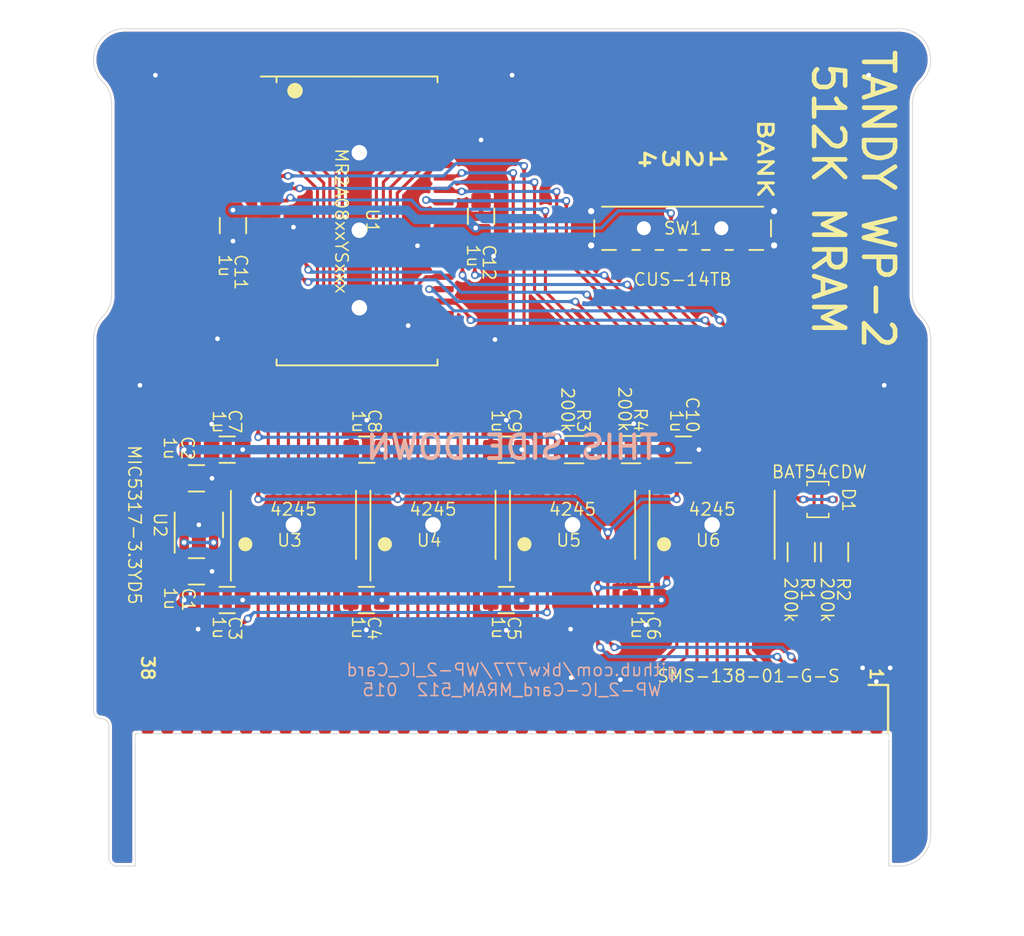
<source format=kicad_pcb>
(kicad_pcb (version 20221018) (generator pcbnew)
  (title_block (title "WP-2_IC-Card_MRAM_512") (date "2023-12-11") (rev "015") (company "Brian K. White - b.kenyon.w@gmail.com") (comment 1 "CC-BY-SA") (comment 2 "github.com/bkw777/WP-2_IC_Card"))
  (layers (0 "F.Cu" signal) (31 "B.Cu" signal) (34 "B.Paste" user) (35 "F.Paste" user) (36 "B.SilkS" user "B.Silkscreen") (37 "F.SilkS" user "F.Silkscreen") (38 "B.Mask" user) (39 "F.Mask" user) (44 "Edge.Cuts" user))
  (net 0 "")
  (net 1 "GND")
  (net 2 "/~{CE1}")
  (net 3 "/~{OE}")
  (net 4 "/D0")
  (net 5 "/D1")
  (net 6 "/D2")
  (net 7 "/D3")
  (net 8 "/D4")
  (net 9 "/D5")
  (net 10 "/D6")
  (net 11 "/D7")
  (net 12 "/A16")
  (net 13 "/A15")
  (net 14 "/A14")
  (net 15 "/A13")
  (net 16 "/A12")
  (net 17 "/A11")
  (net 18 "/A10")
  (net 19 "/A9")
  (net 20 "/A8")
  (net 21 "/A7")
  (net 22 "/A6")
  (net 23 "/A5")
  (net 24 "/A4")
  (net 25 "/A3")
  (net 26 "/A2")
  (net 27 "/A1")
  (net 28 "/A0")
  (net 30 "VBUS")
  (net 31 "/3A11")
  (net 36 "/3A9")
  (net 37 "/3A8")
  (net 38 "/3A13")
  (net 39 "/~{3WE}")
  (net 40 "/3A15")
  (net 41 "/3A16")
  (net 42 "/3A14")
  (net 43 "/3A12")
  (net 44 "/3A7")
  (net 45 "/3A6")
  (net 46 "/3A5")
  (net 47 "/3A4")
  (net 48 "/3A3")
  (net 49 "/3A2")
  (net 50 "/3A1")
  (net 51 "/3A0")
  (net 52 "/3D0")
  (net 53 "/3D1")
  (net 54 "/3D2")
  (net 55 "/3D3")
  (net 56 "/3D4")
  (net 57 "/3D5")
  (net 58 "/3D6")
  (net 59 "/3D7")
  (net 60 "/~{3CE1}")
  (net 61 "/3A10")
  (net 63 "/~{3OE}")
  (net 65 "/~{WE}")
  (net 73 "/3A17")
  (net 74 "/3A18")
  (net 78 "VMEM")
  (net 79 "/BANK_2")
  (net 80 "/BANK_4")
  (net 81 "/BANK_3")
  (footprint "0_LOCAL:SMS-138-01-x-x_edge" (layer "F.Cu") (at 135.95 113.72 -90)
    (fp_text reference "J1" hide)
    (fp_text value "SMS-138-01-G-S")
  )
  (footprint "0_LOCAL:pth_wash_1mm" (layer "F.Cu") (at 130.85 100.245)
    (fp_text reference "REF**" hide)
    (fp_text value "pth_wash_1mm" hide)
  )
  (footprint "0_LOCAL:npth_0.6mm" (layer "F.Cu") (at 159.95 114.02)
    (fp_text reference "REF**" hide)
    (fp_text value "npth_0.6mm" hide)
  )
  (footprint "0_LOCAL:C_0805_1mm" (layer "F.Cu") (at 135.575 105.095 180)
    (fp_text reference "C5")
    (fp_text value "1u")
  )
  (footprint "0_LOCAL:C_0805_1mm" (layer "F.Cu") (at 117.575 95.395 180)
    (fp_text reference "C7")
    (fp_text value "1u")
  )
  (footprint "0_LOCAL:C_0805_1mm" (layer "F.Cu") (at 115.6 103.245 180)
    (fp_text reference "C1")
    (fp_text value "1u")
  )
  (footprint "0_LOCAL:C_0805_1mm" (layer "F.Cu") (at 115.6 97.245 180)
    (fp_text reference "C2")
    (fp_text value "1u")
  )
  (footprint "0_LOCAL:R_0805" (layer "F.Cu") (at 156.75 102.0075 90)
    (fp_text reference "R2")
    (fp_text value "200k")
  )
  (footprint "0_LOCAL:TSSOP-24_4.4x7.8mm_P0.65mm" (layer "F.Cu") (at 121.85 100.245 90)
    (fp_text reference "U3")
    (fp_text value "4245")
  )
  (footprint "0_LOCAL:C_0805_1mm" (layer "F.Cu") (at 117.95 80.945 -90)
    (fp_text reference "C11")
    (fp_text value "1u")
  )
  (footprint "0_LOCAL:SW_SP4T_CUS-14B pth" (layer "F.Cu") (at 146.95 81.12 180)
    (fp_text reference locked "SW1")
    (fp_text value "CUS-14TB")
  )
  (footprint "0_LOCAL:TSSOP-24_4.4x7.8mm_P0.65mm" (layer "F.Cu") (at 130.85 100.245 90)
    (fp_text reference "U4")
    (fp_text value "4245")
  )
  (footprint "0_LOCAL:TSSOP-24_4.4x7.8mm_P0.65mm" (layer "F.Cu") (at 148.85 100.245 90)
    (fp_text reference "U6")
    (fp_text value "4245")
  )
  (footprint "0_LOCAL:C_0805_1mm" (layer "F.Cu") (at 133.95 80.345 90)
    (fp_text reference "C12")
    (fp_text value "1u")
  )
  (footprint "0_LOCAL:C_0805_1mm" (layer "F.Cu") (at 147 95.395)
    (fp_text reference "C10")
    (fp_text value "1u")
  )
  (footprint "0_LOCAL:C_0805_1mm" (layer "F.Cu") (at 126.55 105.095 180)
    (fp_text reference "C4")
    (fp_text value "1u")
  )
  (footprint "0_LOCAL:R_0805" (layer "F.Cu") (at 143.625 95.395)
    (fp_text reference "R4")
    (fp_text value "200k")
  )
  (footprint "0_LOCAL:WP-2_IC_Card_Cover_MRAM_512" (layer "F.Cu") (at 135.95 95.245)
    (fp_text reference "REF**" hide)
    (fp_text value "WP-2_IC_Card_Cover_MRAM_512")
  )
  (footprint "0_LOCAL:pth_wash_1mm" (layer "F.Cu") (at 148.85 100.245)
    (fp_text reference "REF**" hide)
    (fp_text value "pth_wash_1mm" hide)
  )
  (footprint "0_LOCAL:pth_wash_1mm" (layer "F.Cu") (at 139.85 100.245)
    (fp_text reference "REF**" hide)
    (fp_text value "pth_wash_1mm" hide)
  )
  (footprint "0_LOCAL:R_0805" (layer "F.Cu") (at 154.6 102.0075 90)
    (fp_text reference "R1")
    (fp_text value "200k")
  )
  (footprint "0_LOCAL:TSSOP-6-symmetric" (layer "F.Cu") (at 155.675 98.6075)
    (fp_text reference "D1")
    (fp_text value "BAT54CDW")
  )
  (footprint "0_LOCAL:pth_wash_1mm" (layer "F.Cu") (at 126.1 81.245)
    (fp_text reference "REF**" hide)
    (fp_text value "pth_wash_1mm" hide)
  )
  (footprint "0_LOCAL:C_0805_1mm" (layer "F.Cu") (at 135.575 95.395 180)
    (fp_text reference "C9")
    (fp_text value "1u")
  )
  (footprint "0_LOCAL:npth_0.6mm" (layer "F.Cu") (at 111.95 114.02)
    (fp_text reference "REF**" hide)
    (fp_text value "npth_0.6mm" hide)
  )
  (footprint "0_LOCAL:C_0805_1mm" (layer "F.Cu") (at 117.575 105.095 180)
    (fp_text reference "C3")
    (fp_text value "1u")
  )
  (footprint "0_LOCAL:TSSOP-24_4.4x7.8mm_P0.65mm" (layer "F.Cu") (at 139.85 100.245 90)
    (fp_text reference "U5")
    (fp_text value "4245")
  )
  (footprint "0_LOCAL:pth_wash_1mm" (layer "F.Cu") (at 126.1 76.245)
    (fp_text reference "REF**" hide)
    (fp_text value "pth_wash_1mm" hide)
  )
  (footprint "0_LOCAL:TSOP-II-44_10.16x18.41mm_P0.8mm" (layer "F.Cu") (at 125.95 80.645)
    (fp_text reference "U1")
    (fp_text value "MR2A08xxYSxxx")
  )
  (footprint "0_LOCAL:TSOT-23-5" (layer "F.Cu") (at 115.75 100.245 90)
    (fp_text reference "U2")
    (fp_text value "MIC5317-3.3YD5")
  )
  (footprint "0_LOCAL:C_0805_1mm" (layer "F.Cu") (at 126.575 95.395 180)
    (fp_text reference "C8")
    (fp_text value "1u")
  )
  (footprint "0_LOCAL:C_0805_1mm" (layer "F.Cu") (at 144.575 105.095 180)
    (fp_text reference "C6")
    (fp_text value "1u")
  )
  (footprint "0_LOCAL:pth_wash_1mm" (layer "F.Cu") (at 121.85 100.245)
    (fp_text reference "REF**" hide)
    (fp_text value "pth_wash_1mm" hide)
  )
  (footprint "0_LOCAL:R_0805" (layer "F.Cu") (at 139.95 95.395)
    (fp_text reference "R3")
    (fp_text value "200k")
  )
  (footprint "0_LOCAL:pth_wash_1mm" (layer "F.Cu") (at 126.1 86.245)
    (fp_text reference "REF**" hide)
    (fp_text value "pth_wash_1mm" hide)
  )
  (gr_line (start 108.949999 88.245) (end 108.95 112.245) (stroke (width 0.05)) (layer "Edge.Cuts"))
  (gr_line (start 160.95 68.245) (end 110.95 68.245) (stroke (width 0.05)) (layer "Edge.Cuts"))
  (gr_line (start 111.65 113.72) (end 160.25 113.72) (stroke (width 0.05)) (layer "Edge.Cuts"))
  (gr_line (start 160.25 122.245) (end 160.25 113.72) (stroke (width 0.05)) (layer "Edge.Cuts"))
  (gr_line (start 111.65 122.245) (end 111.65 113.72) (stroke (width 0.05)) (layer "Edge.Cuts"))
  (gr_line (start 110.45 122.245) (end 111.65 122.245) (stroke (width 0.05)) (layer "Edge.Cuts"))
  (gr_line (start 160.95 122.245) (end 160.25 122.245) (stroke (width 0.05)) (layer "Edge.Cuts"))
  (gr_line (start 162.95 120.245) (end 162.95 88.245) (stroke (width 0.05)) (layer "Edge.Cuts"))
  (gr_line (start 109.95 113.245) (end 109.95 121.745) (stroke (width 0.05)) (layer "Edge.Cuts"))
  (gr_arc (start 109.535787 71.659214) (mid 109.969333 72.308061) (end 110.121574 73.073428) (stroke (width 0.05)) (layer "Edge.Cuts"))
  (gr_arc (start 162.364213 86.830786) (mid 162.797759 87.479633) (end 162.95 88.245) (stroke (width 0.05)) (layer "Edge.Cuts"))
  (gr_arc (start 162.95 120.245) (mid 162.364214 121.659214) (end 160.95 122.245) (stroke (width 0.05)) (layer "Edge.Cuts"))
  (gr_arc (start 109.45 112.745) (mid 109.803553 112.891447) (end 109.95 113.245) (stroke (width 0.05)) (layer "Edge.Cuts"))
  (gr_arc (start 108.95 70.245) (mid 109.535786 68.830786) (end 110.95 68.245) (stroke (width 0.05)) (layer "Edge.Cuts"))
  (gr_arc (start 160.95 68.245) (mid 162.364214 68.830786) (end 162.95 70.245) (stroke (width 0.05)) (layer "Edge.Cuts"))
  (gr_arc (start 110.45 122.245) (mid 110.096447 122.098553) (end 109.95 121.745) (stroke (width 0.05)) (layer "Edge.Cuts"))
  (gr_arc (start 162.95 70.245) (mid 162.797759 71.010367) (end 162.364213 71.659214) (stroke (width 0.05)) (layer "Edge.Cuts"))
  (gr_arc (start 110.121573 85.416572) (mid 109.969339 86.181944) (end 109.535786 86.830786) (stroke (width 0.05)) (layer "Edge.Cuts"))
  (gr_line (start 161.778426 73.073428) (end 161.778426 85.416572) (stroke (width 0.05)) (layer "Edge.Cuts"))
  (gr_arc (start 162.364213 86.830786) (mid 161.930671 86.181939) (end 161.778426 85.416572) (stroke (width 0.05)) (layer "Edge.Cuts"))
  (gr_arc (start 108.949999 88.245) (mid 109.10224 87.479633) (end 109.535786 86.830786) (stroke (width 0.05)) (layer "Edge.Cuts"))
  (gr_arc (start 161.778426 73.073428) (mid 161.930667 72.308061) (end 162.364213 71.659214) (stroke (width 0.05)) (layer "Edge.Cuts"))
  (gr_arc (start 109.535787 71.659214) (mid 109.102241 71.010367) (end 108.95 70.245) (stroke (width 0.05)) (layer "Edge.Cuts"))
  (gr_line (start 110.121574 73.073428) (end 110.121573 85.416572) (stroke (width 0.05)) (layer "Edge.Cuts"))
  (gr_arc (start 109.45 112.745) (mid 109.096447 112.598553) (end 108.95 112.245) (stroke (width 0.05)) (layer "Edge.Cuts"))
  (gr_text "THIS SIDE DOWN" (at 135.95 95.245) (layer "B.SilkS") (effects (font (size 1.524 1.524) (thickness 0.254)) (justify mirror)))
  (gr_text "${COMMENT2}\n${TITLE}  ${REVISION}" (at 135.95 110.245) (layer "B.SilkS") (effects (font (size 0.8 0.8) (thickness 0.1)) (justify mirror)))
  (gr_text "1" (at 159.445 110.358 -90) (layer "F.SilkS") (effects (font (size 0.8128 0.8128) (thickness 0.1524)) (justify right)))
  (gr_text "38" (at 112.455 110.358 -90) (layer "F.SilkS") (effects (font (size 0.8128 0.8128) (thickness 0.1524)) (justify right)))
  (gr_text "TANDY WP-2\n512K MRAM" (at 157.95 79.245 270) (layer "F.SilkS") (effects (font (size 2 2) (thickness 0.3))))
  (gr_text "BANK\n\n1\n2\n3\n4" (at 148.45 76.645 270) (layer "F.SilkS") (effects (font (size 0.95 1.3) (thickness 0.2))))
  (via (at 115.7 106.97) (size 0.5) (drill 0.3) (layers "F.Cu" "B.Cu") (net 1))
  (via (at 126.55 107.02) (size 0.5) (drill 0.3) (layers "F.Cu" "B.Cu") (net 1))
  (via (at 116.6 103.245) (size 0.5) (drill 0.3) (layers "F.Cu" "B.Cu") (net 1))
  (via (at 135.95 71.245) (size 0.5) (drill 0.3) (layers "F.Cu" "B.Cu") (net 1))
  (via (at 135.575 93.495) (size 0.5) (drill 0.3) (layers "F.Cu" "B.Cu") (net 1))
  (via (at 144.575 106.695) (size 0.5) (drill 0.3) (layers "F.Cu" "B.Cu") (net 1))
  (via (at 134.85 88.295) (size 0.5) (drill 0.3) (layers "F.Cu" "B.Cu") (net 1))
  (via (at 158.556 109.469) (size 0.5) (drill 0.3) (layers "F.Cu" "B.Cu") (net 1))
  (via (at 111.95 91.245) (size 0.5) (drill 0.3) (layers "F.Cu" "B.Cu") (net 1))
  (via (at 160.334 109.469) (size 0.5) (drill 0.3) (layers "F.Cu" "B.Cu") (net 1))
  (via (at 129.85 82.245) (size 0.5) (drill 0.3) (layers "F.Cu" "B.Cu") (net 1))
  (via (at 142.935 110.231) (size 0.5) (drill 0.3) (layers "F.Cu" "B.Cu") (net 1))
  (via (at 135.575 107.045) (size 0.5) (drill 0.3) (layers "F.Cu" "B.Cu") (net 1))
  (via (at 143.8 93.72) (size 0.5) (drill 0.3) (layers "F.Cu" "B.Cu") (net 1))
  (via (at 139.725 106.97) (size 0.5) (drill 0.3) (layers "F.Cu" "B.Cu") (net 1))
  (via (at 115.75 100.245) (size 0.5) (drill 0.3) (layers "F.Cu" "B.Cu") (net 1))
  (via (at 148 95.395) (size 0.5) (drill 0.3) (layers "F.Cu" "B.Cu") (net 1))
  (via (at 117.95 81.945) (size 0.5) (drill 0.3) (layers "F.Cu" "B.Cu") (net 1))
  (via (at 126.575 93.495) (size 0.5) (drill 0.3) (layers "F.Cu" "B.Cu") (net 1))
  (via (at 116.95 88.245) (size 0.5) (drill 0.3) (layers "F.Cu" "B.Cu") (net 1))
  (via (at 139.76 110.104) (size 0.5) (drill 0.3) (layers "F.Cu" "B.Cu") (net 1))
  (via (at 116.575 93.745) (size 0.5) (drill 0.3) (layers "F.Cu" "B.Cu") (net 1))
  (via (at 159.95 91.245) (size 0.5) (drill 0.3) (layers "F.Cu" "B.Cu") (net 1))
  (via (at 121.85 81.045) (size 0.5) (drill 0.3) (layers "F.Cu" "B.Cu") (net 1))
  (via (at 112.95 71.245) (size 0.5) (drill 0.3) (layers "F.Cu" "B.Cu") (net 1))
  (via (at 141.05 80.015) (size 0.6) (drill 0.4) (layers "F.Cu" "B.Cu") (net 1))
  (via (at 159.445 110.358) (size 0.5) (drill 0.3) (layers "F.Cu" "B.Cu") (net 1))
  (via (at 141.05 82.225) (size 0.6) (drill 0.4) (layers "F.Cu" "B.Cu") (net 1))
  (via (at 129.25 87.395) (size 0.5) (drill 0.3) (layers "F.Cu" "B.Cu") (net 1))
  (via (at 116.6 97.245) (size 0.5) (drill 0.3) (layers "F.Cu" "B.Cu") (net 1))
  (via (at 134.75 82.92) (size 0.5) (drill 0.3) (layers "F.Cu" "B.Cu") (net 1))
  (via (at 152.85 82.225) (size 0.6) (drill 0.4) (layers "F.Cu" "B.Cu") (net 1))
  (via (at 158.95 71.245) (size 0.5) (drill 0.3) (layers "F.Cu" "B.Cu") (net 1))
  (via (at 152.85 80.015) (size 0.6) (drill 0.4) (layers "F.Cu" "B.Cu") (net 1))
  (via (at 133.95 75.42) (size 0.5) (drill 0.3) (layers "F.Cu" "B.Cu") (net 1))
  (segment (start 142.125 100.745) (end 142.125 103.1075) (width 0.2) (layer "F.Cu") (net 2))
  (segment (start 142.125 107.72) (end 142.125 103.1075) (width 0.2) (layer "F.Cu") (net 2))
  (segment (start 155.635 110.43) (end 155.635 112.32) (width 0.2) (layer "F.Cu") (net 2))
  (segment (start 146.575 98.595) (end 146.575 97.3825) (width 0.2) (layer "F.Cu") (net 2))
  (segment (start 142.55 108.145) (end 142.125 107.72) (width 0.2) (layer "F.Cu") (net 2))
  (segment (start 119.575 97.3825) (end 119.575 98.595) (width 0.2) (layer "F.Cu") (net 2))
  (segment (start 153.95 108.745) (end 155.635 110.43) (width 0.2) (layer "F.Cu") (net 2))
  (segment (start 128.575 98.595) (end 128.575 97.3825) (width 0.2) (layer "F.Cu") (net 2))
  (via (at 142.125 100.745) (size 0.5) (drill 0.3) (layers "F.Cu" "B.Cu") (net 2))
  (via (at 146.575 98.595) (size 0.5) (drill 0.3) (layers "F.Cu" "B.Cu") (net 2))
  (via (at 128.575 98.595) (size 0.5) (drill 0.3) (layers "F.Cu" "B.Cu") (net 2))
  (via (at 142.55 108.145) (size 0.5) (drill 0.3) (layers "F.Cu" "B.Cu") (net 2))
  (via (at 119.575 98.595) (size 0.5) (drill 0.3) (layers "F.Cu" "B.Cu") (net 2))
  (via (at 153.95 108.745) (size 0.5) (drill 0.3) (layers "F.Cu" "B.Cu") (net 2))
  (segment (start 153.35 108.145) (end 153.95 108.745) (width 0.2) (layer "B.Cu") (net 2))
  (segment (start 139.975 98.595) (end 119.575 98.595) (width 0.2) (layer "B.Cu") (net 2))
  (segment (start 144.275 98.595) (end 142.125 100.745) (width 0.2) (layer "B.Cu") (net 2))
  (segment (start 142.125 100.745) (end 139.975 98.595) (width 0.2) (layer "B.Cu") (net 2))
  (segment (start 146.575 98.595) (end 144.275 98.595) (width 0.2) (layer "B.Cu") (net 2))
  (segment (start 142.55 108.145) (end 153.35 108.145) (width 0.2) (layer "B.Cu") (net 2))
  (segment (start 141.475 107.995) (end 141.475 104.295) (width 0.2) (layer "F.Cu") (net 3))
  (segment (start 141.475 104.295) (end 141.475 103.1075) (width 0.2) (layer "F.Cu") (net 3))
  (segment (start 154.365 110.06) (end 154.365 112.32) (width 0.2) (layer "F.Cu") (net 3))
  (segment (start 145.925 103.1075) (end 145.925 103.97) (width 0.2) (layer "F.Cu") (net 3))
  (segment (start 153.05 108.745) (end 154.365 110.06) (width 0.2) (layer "F.Cu") (net 3))
  (segment (start 141.475 107.995) (end 141.625 108.145) (width 0.2) (layer "F.Cu") (net 3))
  (via (at 141.475 104.295) (size 0.5) (drill 0.3) (layers "F.Cu" "B.Cu") (net 3))
  (via (at 141.625 108.145) (size 0.5) (drill 0.3) (layers "F.Cu" "B.Cu") (net 3))
  (via (at 153.05 108.745) (size 0.5) (drill 0.3) (layers "F.Cu" "B.Cu") (net 3))
  (via (at 145.925 103.97) (size 0.5) (drill 0.3) (layers "F.Cu" "B.Cu") (net 3))
  (segment (start 141.475 104.295) (end 145.6 104.295) (width 0.2) (layer "B.Cu") (net 3))
  (segment (start 153.05 108.745) (end 142.225 108.745) (width 0.2) (layer "B.Cu") (net 3))
  (segment (start 145.6 104.295) (end 145.925 103.97) (width 0.2) (layer "B.Cu") (net 3))
  (segment (start 142.225 108.745) (end 141.625 108.145) (width 0.2) (layer "B.Cu") (net 3))
  (segment (start 151.125 103.1075) (end 151.125 108.47) (width 0.2) (layer "F.Cu") (net 4))
  (segment (start 153.095 110.44) (end 153.095 112.32) (width 0.2) (layer "F.Cu") (net 4))
  (segment (start 151.125 108.47) (end 153.095 110.44) (width 0.2) (layer "F.Cu") (net 4))
  (segment (start 151.825 112.32) (end 151.825 110.445) (width 0.2) (layer "F.Cu") (net 5))
  (segment (start 150.475 109.095) (end 150.475 103.1075) (width 0.2) (layer "F.Cu") (net 5))
  (segment (start 151.825 110.445) (end 150.475 109.095) (width 0.2) (layer "F.Cu") (net 5))
  (segment (start 149.825 103.1075) (end 149.825 109.72) (width 0.2) (layer "F.Cu") (net 6))
  (segment (start 150.555 110.45) (end 150.555 112.32) (width 0.2) (layer "F.Cu") (net 6))
  (segment (start 149.825 109.72) (end 150.555 110.45) (width 0.2) (layer "F.Cu") (net 6))
  (segment (start 149.175 103.1075) (end 149.175 112.21) (width 0.2) (layer "F.Cu") (net 7))
  (segment (start 149.175 112.21) (end 149.285 112.32) (width 0.2) (layer "F.Cu") (net 7))
  (segment (start 148.525 103.1075) (end 148.525 109.945) (width 0.2) (layer "F.Cu") (net 8))
  (segment (start 148.015 110.455) (end 148.015 112.32) (width 0.2) (layer "F.Cu") (net 8))
  (segment (start 148.525 109.945) (end 148.015 110.455) (width 0.2) (layer "F.Cu") (net 8))
  (segment (start 147.875 103.1075) (end 147.875 109.32) (width 0.2) (layer "F.Cu") (net 9))
  (segment (start 147.875 109.32) (end 146.745 110.45) (width 0.2) (layer "F.Cu") (net 9))
  (segment (start 146.745 110.45) (end 146.745 112.32) (width 0.2) (layer "F.Cu") (net 9))
  (segment (start 147.225 108.695) (end 145.475 110.445) (width 0.2) (layer "F.Cu") (net 10))
  (segment (start 145.475 110.445) (end 145.475 112.32) (width 0.2) (layer "F.Cu") (net 10))
  (segment (start 147.225 103.1075) (end 147.225 108.695) (width 0.2) (layer "F.Cu") (net 10))
  (segment (start 144.205 110.44) (end 144.205 112.32) (width 0.2) (layer "F.Cu") (net 11))
  (segment (start 146.575 108.07) (end 144.205 110.44) (width 0.2) (layer "F.Cu") (net 11))
  (segment (start 146.575 103.1075) (end 146.575 108.07) (width 0.2) (layer "F.Cu") (net 11))
  (segment (start 137.575 106.6225) (end 137.855 106.9025) (width 0.2) (layer "F.Cu") (net 12))
  (segment (start 137.855 106.9025) (end 137.855 112.32) (width 0.2) (layer "F.Cu") (net 12))
  (segment (start 137.575 103.1075) (end 137.575 106.6225) (width 0.2) (layer "F.Cu") (net 12))
  (segment (start 136.585 109.955) (end 136.585 112.32) (width 0.2) (layer "F.Cu") (net 13))
  (segment (start 136.675 112.23) (end 136.585 112.32) (width 0.2) (layer "F.Cu") (net 13))
  (segment (start 133.125 106.495) (end 136.585 109.955) (width 0.2) (layer "F.Cu") (net 13))
  (segment (start 133.125 103.1075) (end 133.125 106.495) (width 0.2) (layer "F.Cu") (net 13))
  (segment (start 132.475 103.1075) (end 132.475 106.845) (width 0.2) (layer "F.Cu") (net 14))
  (segment (start 132.475 106.845) (end 135.315 109.685) (width 0.2) (layer "F.Cu") (net 14))
  (segment (start 135.315 109.685) (end 135.315 112.32) (width 0.2) (layer "F.Cu") (net 14))
  (segment (start 131.825 107.17) (end 131.825 103.1075) (width 0.2) (layer "F.Cu") (net 15))
  (segment (start 134.045 112.32) (end 134.045 109.39) (width 0.2) (layer "F.Cu") (net 15))
  (segment (start 134.045 109.39) (end 131.825 107.17) (width 0.2) (layer "F.Cu") (net 15))
  (segment (start 132.775 112.32) (end 132.775 109.07) (width 0.2) (layer "F.Cu") (net 16))
  (segment (start 132.775 109.07) (end 131.175 107.47) (width 0.2) (layer "F.Cu") (net 16))
  (segment (start 131.175 107.47) (end 131.175 103.1075) (width 0.2) (layer "F.Cu") (net 16))
  (segment (start 131.505 112.32) (end 131.505 108.75) (width 0.2) (layer "F.Cu") (net 17))
  (segment (start 130.525 107.77) (end 130.525 103.1075) (width 0.2) (layer "F.Cu") (net 17))
  (segment (start 131.505 108.75) (end 130.525 107.77) (width 0.2) (layer "F.Cu") (net 17))
  (segment (start 129.875 103.1075) (end 129.875 108.135) (width 0.2) (layer "F.Cu") (net 18))
  (segment (start 130.235 108.495) (end 130.235 112.32) (width 0.2) (layer "F.Cu") (net 18))
  (segment (start 129.875 108.135) (end 130.235 108.495) (width 0.2) (layer "F.Cu") (net 18))
  (segment (start 128.965 107.73) (end 128.965 112.32) (width 0.2) (layer "F.Cu") (net 19))
  (segment (start 128.975 112.31) (end 128.965 112.32) (width 0.2) (layer "F.Cu") (net 19))
  (segment (start 129.225 103.1075) (end 129.225 107.47) (width 0.2) (layer "F.Cu") (net 19))
  (segment (start 129.225 107.47) (end 128.965 107.73) (width 0.2) (layer "F.Cu") (net 19))
  (segment (start 128.75 112.105) (end 128.965 112.32) (width 0.2) (layer "F.Cu") (net 19))
  (segment (start 128.575 107.095) (end 127.695 107.975) (width 0.2) (layer "F.Cu") (net 20))
  (segment (start 127.695 107.975) (end 127.695 112.32) (width 0.2) (layer "F.Cu") (net 20))
  (segment (start 128.575 103.1075) (end 128.575 107.095) (width 0.2) (layer "F.Cu") (net 20))
  (segment (start 124.125 106.77) (end 126.425 109.07) (width 0.2) (layer "F.Cu") (net 21))
  (segment (start 126.425 109.07) (end 126.425 112.32) (width 0.2) (layer "F.Cu") (net 21))
  (segment (start 124.125 103.1075) (end 124.125 106.77) (width 0.2) (layer "F.Cu") (net 21))
  (segment (start 123.475 107.12) (end 125.155 108.8) (width 0.2) (layer "F.Cu") (net 22))
  (segment (start 125.155 108.8) (end 125.155 112.32) (width 0.2) (layer "F.Cu") (net 22))
  (segment (start 123.475 103.1075) (end 123.475 107.12) (width 0.2) (layer "F.Cu") (net 22))
  (segment (start 123.885 112.32) (end 123.885 108.53) (width 0.2) (layer "F.Cu") (net 23))
  (segment (start 122.825 107.47) (end 122.825 103.1075) (width 0.2) (layer "F.Cu") (net 23))
  (segment (start 123.885 108.53) (end 122.825 107.47) (width 0.2) (layer "F.Cu") (net 23))
  (segment (start 122.175 107.87) (end 122.615 108.31) (width 0.2) (layer "F.Cu") (net 24))
  (segment (start 122.615 108.31) (end 122.615 112.32) (width 0.2) (layer "F.Cu") (net 24))
  (segment (start 122.175 103.1075) (end 122.175 107.87) (width 0.2) (layer "F.Cu") (net 24))
  (segment (start 121.275 112.25) (end 121.345 112.32) (width 0.2) (layer "F.Cu") (net 25))
  (segment (start 121.345 108.1) (end 121.345 112.32) (width 0.2) (layer "F.Cu") (net 25))
  (segment (start 121.525 103.1075) (end 121.525 107.92) (width 0.2) (layer "F.Cu") (net 25))
  (segment (start 121.525 107.92) (end 121.345 108.1) (width 0.2) (layer "F.Cu") (net 25))
  (segment (start 120.875 103.1075) (end 120.875 107.57) (width 0.2) (layer "F.Cu") (net 26))
  (segment (start 120.875 107.57) (end 120.075 108.37) (width 0.2) (layer "F.Cu") (net 26))
  (segment (start 120.075 108.37) (end 120.075 112.32) (width 0.2) (layer "F.Cu") (net 26))
  (segment (start 120.225 107.22) (end 118.805 108.64) (width 0.2) (layer "F.Cu") (net 27))
  (segment (start 118.805 108.64) (end 118.805 112.32) (width 0.2) (layer "F.Cu") (net 27))
  (segment (start 120.225 103.1075) (end 120.225 107.22) (width 0.2) (layer "F.Cu") (net 27))
  (segment (start 119.575 106.87) (end 117.535 108.91) (width 0.2) (layer "F.Cu") (net 28))
  (segment (start 119.575 103.1075) (end 119.575 106.87) (width 0.2) (layer "F.Cu") (net 28))
  (segment (start 117.535 108.91) (end 117.535 112.32) (width 0.2) (layer "F.Cu") (net 28))
  (segment (start 118.275 104.795) (end 118.275 103.1075) (width 0.4) (layer "F.Cu") (net 30))
  (segment (start 112.455 107.44) (end 112.455 112.32) (width 0.6) (layer "F.Cu") (net 30))
  (segment (start 136.925 103.1075) (end 136.275 103.1075) (width 0.2) (layer "F.Cu") (net 30))
  (segment (start 114.8 105.095) (end 112.455 107.44) (width 0.6) (layer "F.Cu") (net 30))
  (segment (start 114.8 103.445) (end 114.6 103.245) (width 0.6) (layer "F.Cu") (net 30))
  (segment (start 127.925 103.1075) (end 127.275 103.1075) (width 0.2) (layer "F.Cu") (net 30))
  (segment (start 114.8 105.095) (end 114.8 103.445) (width 0.6) (layer "F.Cu") (net 30))
  (segment (start 118.575 105.095) (end 118.275 104.795) (width 0.4) (layer "F.Cu") (net 30))
  (segment (start 136.275 104.795) (end 136.275 103.1075) (width 0.4) (layer "F.Cu") (net 30))
  (segment (start 114.8 103.045) (end 114.6 103.245) (width 0.6) (layer "F.Cu") (net 30))
  (segment (start 127.55 105.095) (end 127.275 104.82) (width 0.4) (layer "F.Cu") (net 30))
  (segment (start 114.8 101.3825) (end 114.8 103.045) (width 0.6) (layer "F.Cu") (net 30))
  (segment (start 118.925 103.1075) (end 118.275 103.1075) (width 0.2) (layer "F.Cu") (net 30))
  (segment (start 127.275 104.82) (end 127.275 103.1075) (width 0.4) (layer "F.Cu") (net 30))
  (segment (start 136.575 105.095) (end 136.275 104.795) (width 0.4) (layer "F.Cu") (net 30))
  (segment (start 145.575 105.095) (end 145.275 104.795) (width 0.4) (layer "F.Cu") (net 30))
  (segment (start 145.275 104.795) (end 145.275 103.1075) (width 0.4) (layer "F.Cu") (net 30))
  (via (at 136.575 105.095) (size 0.5) (drill 0.3) (layers "F.Cu" "B.Cu") (net 30))
  (via (at 127.55 105.095) (size 0.5) (drill 0.3) (layers "F.Cu" "B.Cu") (net 30))
  (via (at 116.7 101.3825) (size 0.5) (drill 0.3) (layers "F.Cu" "B.Cu") (net 30))
  (via (at 114.8 101.3825) (size 0.5) (drill 0.3) (layers "F.Cu" "B.Cu") (net 30))
  (via (at 145.575 105.095) (size 0.5) (drill 0.3) (layers "F.Cu" "B.Cu") (net 30))
  (via (at 114.8 105.095) (size 0.5) (drill 0.3) (layers "F.Cu" "B.Cu") (net 30))
  (via (at 118.575 105.095) (size 0.5) (drill 0.3) (layers "F.Cu" "B.Cu") (net 30))
  (segment (start 114.8 105.095) (end 145.575 105.095) (width 0.6) (layer "B.Cu") (net 30))
  (segment (start 116.7 101.3825) (end 114.8 101.3825) (width 0.2) (layer "B.Cu") (net 30))
  (segment (start 131.175 93.22) (end 127.65 89.695) (width 0.2) (layer "F.Cu") (net 31))
  (segment (start 127.65 78.145) (end 130.35 75.445) (width 0.2) (layer "F.Cu") (net 31))
  (segment (start 131.175 97.3825) (end 131.175 93.22) (width 0.2) (layer "F.Cu") (net 31))
  (segment (start 127.65 89.695) (end 127.65 78.145) (width 0.2) (layer "F.Cu") (net 31))
  (segment (start 130.35 75.445) (end 131.5375 75.445) (width 0.2) (layer "F.Cu") (net 31))
  (segment (start 121.85 73.845) (end 120.3625 73.845) (width 0.2) (layer "F.Cu") (net 36))
  (segment (start 129.875 97.3825) (end 129.875 93.37) (width 0.2) (layer "F.Cu") (net 36))
  (segment (start 125 88.495) (end 125 76.995) (width 0.2) (layer "F.Cu") (net 36))
  (segment (start 125 76.995) (end 121.85 73.845) (width 0.2) (layer "F.Cu") (net 36))
  (segment (start 129.875 93.37) (end 125 88.495) (width 0.2) (layer "F.Cu") (net 36))
  (segment (start 124.6 88.845) (end 124.6 77.395) (width 0.2) (layer "F.Cu") (net 37))
  (segment (start 121.85 74.645) (end 120.3625 74.645) (width 0.2) (layer "F.Cu") (net 37))
  (segment (start 124.6 77.395) (end 121.85 74.645) (width 0.2) (layer "F.Cu") (net 37))
  (segment (start 129.225 93.47) (end 124.6 88.845) (width 0.2) (layer "F.Cu") (net 37))
  (segment (start 129.225 97.3825) (end 129.225 93.47) (width 0.2) (layer "F.Cu") (net 37))
  (segment (start 132.475 93.07) (end 128.55 89.145) (width 0.2) (layer "F.Cu") (net 38))
  (segment (start 132.475 97.3825) (end 132.475 93.07) (width 0.2) (layer "F.Cu") (net 38))
  (segment (start 130.35 77.045) (end 131.5375 77.045) (width 0.2) (layer "F.Cu") (net 38))
  (segment (start 128.55 78.845) (end 130.35 77.045) (width 0.2) (layer "F.Cu") (net 38))
  (segment (start 128.55 89.145) (end 128.55 78.845) (width 0.2) (layer "F.Cu") (net 38))
  (segment (start 120.2625 83.545) (end 120.3625 83.445) (width 0.2) (layer "F.Cu") (net 39))
  (segment (start 119.25 89.695) (end 119.25 83.845) (width 0.2) (layer "F.Cu") (net 39))
  (segment (start 138.875 95.27) (end 139 95.395) (width 0.2) (layer "F.Cu") (net 39))
  (segment (start 119.55 83.545) (end 120.2625 83.545) (width 0.2) (layer "F.Cu") (net 39))
  (segment (start 138.875 95.52) (end 139 95.395) (width 0.2) (layer "F.Cu") (net 39))
  (segment (start 119.575 94.595) (end 119.575 90.02) (width 0.2) (layer "F.Cu") (net 39))
  (segment (start 138.875 97.3825) (end 138.875 95.52) (width 0.2) (layer "F.Cu") (net 39))
  (segment (start 119.25 83.845) (end 119.55 83.545) (width 0.2) (layer "F.Cu") (net 39))
  (segment (start 119.575 90.02) (end 119.25 89.695) (width 0.2) (layer "F.Cu") (net 39))
  (segment (start 138.875 94.595) (end 138.875 95.27) (width 0.2) (layer "F.Cu") (net 39))
  (via (at 119.575 94.595) (size 0.5) (drill 0.3) (layers "F.Cu" "B.Cu") (net 39))
  (via (at 138.875 94.595) (size 0.5) (drill 0.3) (layers "F.Cu" "B.Cu") (net 39))
  (segment (start 119.575 94.595) (end 138.875 94.595) (width 0.2) (layer "B.Cu") (net 39))
  (segment (start 133.775 97.3825) (end 133.675 97.2825) (width 0.2) (layer "F.Cu") (net 40))
  (segment (start 130.35 87.02) (end 130.625 86.745) (width 0.2) (layer "F.Cu") (net 40))
  (segment (start 133.675 97.2825) (end 133.675 92.745) (width 0.2) (layer "F.Cu") (net 40))
  (segment (start 131.4375 86.745) (end 131.5375 86.645) (width 0.2) (layer "F.Cu") (net 40))
  (segment (start 133.675 92.745) (end 130.35 89.42) (width 0.2) (layer "F.Cu") (net 40))
  (segment (start 130.625 86.745) (end 131.4375 86.745) (width 0.2) (layer "F.Cu") (net 40))
  (segment (start 130.35 89.42) (end 130.35 87.02) (width 0.2) (layer "F.Cu") (net 40))
  (segment (start 138.225 97.3825) (end 138.225 93.37) (width 0.2) (layer "F.Cu") (net 41))
  (segment (start 132.4 87.545) (end 131.6375 87.545) (width 0.2) (layer "F.Cu") (net 41))
  (segment (start 138.225 93.37) (end 132.4 87.545) (width 0.2) (layer "F.Cu") (net 41))
  (segment (start 131.6375 87.545) (end 131.5375 87.445) (width 0.2) (layer "F.Cu") (net 41))
  (segment (start 129.95 84.695) (end 130.4 84.245) (width 0.2) (layer "F.Cu") (net 42))
  (segment (start 129.95 89.795) (end 129.95 84.695) (width 0.2) (layer "F.Cu") (net 42))
  (segment (start 133.125 92.97) (end 129.95 89.795) (width 0.2) (layer "F.Cu") (net 42))
  (segment (start 130.4 84.245) (end 131.5375 84.245) (width 0.2) (layer "F.Cu") (net 42))
  (segment (start 133.125 97.3825) (end 133.125 92.97) (width 0.2) (layer "F.Cu") (net 42))
  (segment (start 131.825 97.3825) (end 131.825 93.17) (width 0.2) (layer "F.Cu") (net 43))
  (segment (start 131.825 93.17) (end 128.1 89.445) (width 0.2) (layer "F.Cu") (net 43))
  (segment (start 128.1 89.445) (end 128.1 78.495) (width 0.2) (layer "F.Cu") (net 43))
  (segment (start 128.1 78.495) (end 130.35 76.245) (width 0.2) (layer "F.Cu") (net 43))
  (segment (start 130.35 76.245) (end 131.5375 76.245) (width 0.2) (layer "F.Cu") (net 43))
  (segment (start 124.775 97.3825) (end 124.675 97.2825) (width 0.2) (layer "F.Cu") (net 44))
  (segment (start 124.2 89.245) (end 124.2 77.795) (width 0.2) (layer "F.Cu") (net 44))
  (segment (start 124.2 77.795) (end 121.85 75.445) (width 0.2) (layer "F.Cu") (net 44))
  (segment (start 124.675 89.72) (end 124.2 89.245) (width 0.2) (layer "F.Cu") (net 44))
  (segment (start 121.85 75.445) (end 120.3625 75.445) (width 0.2) (layer "F.Cu") (net 44))
  (segment (start 124.675 97.2825) (end 124.675 89.72) (width 0.2) (layer "F.Cu") (net 44))
  (segment (start 123.8 89.645) (end 123.8 78.195) (width 0.2) (layer "F.Cu") (net 45))
  (segment (start 124.125 89.97) (end 123.8 89.645) (width 0.2) (layer "F.Cu") (net 45))
  (segment (start 124.125 97.3825) (end 124.125 89.97) (width 0.2) (layer "F.Cu") (net 45))
  (segment (start 123.8 78.195) (end 121.85 76.245) (width 0.2) (layer "F.Cu") (net 45))
  (segment (start 121.85 76.245) (end 120.3625 76.245) (width 0.2) (layer "F.Cu") (net 45))
  (segment (start 123.4 97.3075) (end 123.4 78.595) (width 0.2) (layer "F.Cu") (net 46))
  (segment (start 123.475 97.3825) (end 123.4 97.3075) (width 0.2) (layer "F.Cu") (net 46))
  (segment (start 123.4 78.595) (end 121.85 77.045) (width 0.2) (layer "F.Cu") (net 46))
  (segment (start 121.85 77.045) (end 120.3625 77.045) (width 0.2) (layer "F.Cu") (net 46))
  (segment (start 121.2 84.345) (end 120.4625 84.345) (width 0.2) (layer "F.Cu") (net 47))
  (segment (start 123 91.045) (end 123 86.145) (width 0.2) (layer "F.Cu") (net 47))
  (segment (start 120.4625 84.345) (end 120.3625 84.245) (width 0.2) (layer "F.Cu") (net 47))
  (segment (start 122.825 97.3825) (end 122.825 91.22) (width 0.2) (layer "F.Cu") (net 47))
  (segment (start 122.825 91.22) (end 123 91.045) (width 0.2) (layer "F.Cu") (net 47))
  (segment (start 123 86.145) (end 121.2 84.345) (width 0.2) (layer "F.Cu") (net 47))
  (segment (start 120.4625 85.145) (end 120.3625 85.045) (width 0.2) (layer "F.Cu") (net 48))
  (segment (start 121.175 85.145) (end 120.4625 85.145) (width 0.2) (layer "F.Cu") (net 48))
  (segment (start 122.175 91.12) (end 122.6 90.695) (width 0.2) (layer "F.Cu") (net 48))
  (segment (start 122.6 86.57) (end 121.175 85.145) (width 0.2) (layer "F.Cu") (net 48))
  (segment (start 122.6 90.695) (end 122.6 86.57) (width 0.2) (layer "F.Cu") (net 48))
  (segment (start 122.175 97.3825) (end 122.175 91.12) (width 0.2) (layer "F.Cu") (net 48))
  (segment (start 122.2 87.01375) (end 121.13125 85.945) (width 0.2) (layer "F.Cu") (net 49))
  (segment (start 121.525 91.02) (end 122.2 90.345) (width 0.2) (layer "F.Cu") (net 49))
  (segment (start 120.4625 85.945) (end 120.3625 85.845) (width 0.2) (layer "F.Cu") (net 49))
  (segment (start 122.2 90.345) (end 122.2 87.01375) (width 0.2) (layer "F.Cu") (net 49))
  (segment (start 121.525 97.3825) (end 121.525 91.02) (width 0.2) (layer "F.Cu") (net 49))
  (segment (start 121.13125 85.945) (end 120.4625 85.945) (width 0.2) (layer "F.Cu") (net 49))
  (segment (start 120.4625 86.745) (end 120.3625 86.645) (width 0.2) (layer "F.Cu") (net 50))
  (segment (start 121.8 87.4325) (end 121.1125 86.745) (width 0.2) (layer "F.Cu") (net 50))
  (segment (start 120.875 97.3825) (end 120.875 90.92) (width 0.2) (layer "F.Cu") (net 50))
  (segment (start 121.1125 86.745) (end 120.4625 86.745) (width 0.2) (layer "F.Cu") (net 50))
  (segment (start 121.8 89.995) (end 121.8 87.4325) (width 0.2) (layer "F.Cu") (net 50))
  (segment (start 120.875 90.92) (end 121.8 89.995) (width 0.2) (layer "F.Cu") (net 50))
  (segment (start 120.4625 87.545) (end 120.3625 87.445) (width 0.2) (layer "F.Cu") (net 51))
  (segment (start 121.1125 87.545) (end 120.4625 87.545) (width 0.2) (layer "F.Cu") (net 51))
  (segment (start 120.225 90.77) (end 121.4 89.595) (width 0.2) (layer "F.Cu") (net 51))
  (segment (start 121.4 87.8325) (end 121.1125 87.545) (width 0.2) (layer "F.Cu") (net 51))
  (segment (start 121.4 89.595) (end 121.4 87.8325) (width 0.2) (layer "F.Cu") (net 51))
  (segment (start 120.225 97.3825) (end 120.225 90.77) (width 0.2) (layer "F.Cu") (net 51))
  (segment (start 147.125 96.595) (end 147.125 97.2825) (width 0.2) (layer "F.Cu") (net 52))
  (segment (start 122.25 78.545) (end 120.4625 78.545) (width 0.2) (layer "F.Cu") (net 52))
  (segment (start 137.4 85.17) (end 146.8 94.57) (width 0.2) (layer "F.Cu") (net 52))
  (segment (start 137.4 78.145) (end 137.4 85.17) (width 0.2) (layer "F.Cu") (net 52))
  (segment (start 120.4625 78.545) (end 120.3625 78.645) (width 0.2) (layer "F.Cu") (net 52))
  (segment (start 146.8 96.27) (end 147.125 96.595) (width 0.2) (layer "F.Cu") (net 52))
  (segment (start 147.125 97.2825) (end 147.225 97.3825) (width 0.2) (layer "F.Cu") (net 52))
  (segment (start 146.8 94.57) (end 146.8 96.27) (width 0.2) (layer "F.Cu") (net 52))
  (via (at 122.25 78.545) (size 0.5) (drill 0.3) (layers "F.Cu" "B.Cu") (net 52))
  (via (at 137.4 78.145) (size 0.5) (drill 0.3) (layers "F.Cu" "B.Cu") (net 52))
  (segment (start 132.2 78.145) (end 131.8 78.545) (width 0.2) (layer "B.Cu") (net 52))
  (segment (start 137.4 78.145) (end 132.2 78.145) (width 0.2) (layer "B.Cu") (net 52))
  (segment (start 131.8 78.545) (end 122.25 78.545) (width 0.2) (layer "B.Cu") (net 52))
  (segment (start 147.45 96.345) (end 147.55 96.345) (width 0.2) (layer "F.Cu") (net 53))
  (segment (start 147.775 96.57) (end 147.775 97.2825) (width 0.2) (layer "F.Cu") (net 53))
  (segment (start 147.2 96.095) (end 147.45 96.345) (width 0.2) (layer "F.Cu") (net 53))
  (segment (start 121.65 79.145) (end 121.45 79.345) (width 0.2) (layer "F.Cu") (net 53))
  (segment (start 147.775 97.2825) (end 147.875 97.3825) (width 0.2) (layer "F.Cu") (net 53))
  (segment (start 147.55 96.345) (end 147.775 96.57) (width 0.2) (layer "F.Cu") (net 53))
  (segment (start 138.1 79.995) (end 138.1 85.195) (width 0.2) (layer "F.Cu") (net 53))
  (segment (start 121.45 79.345) (end 120.4625 79.345) (width 0.2) (layer "F.Cu") (net 53))
  (segment (start 120.4625 79.345) (end 120.3625 79.445) (width 0.2) (layer "F.Cu") (net 53))
  (segment (start 147.2 94.295) (end 147.2 96.095) (width 0.2) (layer "F.Cu") (net 53))
  (segment (start 138.1 85.195) (end 147.2 94.295) (width 0.2) (layer "F.Cu") (net 53))
  (via (at 138.1 79.995) (size 0.5) (drill 0.3) (layers "F.Cu" "B.Cu") (net 53))
  (via (at 121.65 79.145) (size 0.5) (drill 0.3) (layers "F.Cu" "B.Cu") (net 53))
  (segment (start 138 79.895) (end 130.05 79.895) (width 0.2) (layer "B.Cu") (net 53))
  (segment (start 130.05 79.895) (end 129.45 79.295) (width 0.2) (layer "B.Cu") (net 53))
  (segment (start 121.8 79.295) (end 121.65 79.145) (width 0.2) (layer "B.Cu") (net 53))
  (segment (start 138.1 79.995) (end 138 79.895) (width 0.2) (layer "B.Cu") (net 53))
  (segment (start 129.45 79.295) (end 121.8 79.295) (width 0.2) (layer "B.Cu") (net 53))
  (segment (start 149.2 97.3575) (end 149.175 97.3825) (width 0.2) (layer "F.Cu") (net 54))
  (segment (start 140.775 85.395) (end 149.2 93.82) (width 0.2) (layer "F.Cu") (net 54))
  (segment (start 121.175 81.945) (end 120.4625 81.945) (width 0.2) (layer "F.Cu") (net 54))
  (segment (start 122.8 83.795) (end 122.8 83.57) (width 0.2) (layer "F.Cu") (net 54))
  (segment (start 149.2 93.82) (end 149.2 97.3575) (width 0.2) (layer "F.Cu") (net 54))
  (segment (start 122.8 83.57) (end 121.175 81.945) (width 0.2) (layer "F.Cu") (net 54))
  (segment (start 120.4625 81.945) (end 120.3625 81.845) (width 0.2) (layer "F.Cu") (net 54))
  (via (at 140.775 85.395) (size 0.5) (drill 0.3) (layers "F.Cu" "B.Cu") (net 54))
  (via (at 122.8 83.795) (size 0.5) (drill 0.3) (layers "F.Cu" "B.Cu") (net 54))
  (segment (start 140.775 85.395) (end 140.625 85.245) (width 0.2) (layer "B.Cu") (net 54))
  (segment (start 132.65 85.245) (end 131.35 83.945) (width 0.2) (layer "B.Cu") (net 54))
  (segment (start 122.95 83.945) (end 122.8 83.795) (width 0.2) (layer "B.Cu") (net 54))
  (segment (start 140.625 85.245) (end 132.65 85.245) (width 0.2) (layer "B.Cu") (net 54))
  (segment (start 131.35 83.945) (end 122.95 83.945) (width 0.2) (layer "B.Cu") (net 54))
  (segment (start 148.625 96.295) (end 148.625 97.2825) (width 0.2) (layer "F.Cu") (net 55))
  (segment (start 122.8 84.595) (end 122.675 84.595) (width 0.2) (layer "F.Cu") (net 55))
  (segment (start 122.05 83.595) (end 121.2 82.745) (width 0.2) (layer "F.Cu") (net 55))
  (segment (start 148.8 96.12) (end 148.625 96.295) (width 0.2) (layer "F.Cu") (net 55))
  (segment (start 122.05 83.97) (end 122.05 83.595) (width 0.2) (layer "F.Cu") (net 55))
  (segment (start 122.675 84.595) (end 122.05 83.97) (width 0.2) (layer "F.Cu") (net 55))
  (segment (start 148.625 97.2825) (end 148.525 97.3825) (width 0.2) (layer "F.Cu") (net 55))
  (segment (start 148.8 94.62) (end 148.8 96.12) (width 0.2) (layer "F.Cu") (net 55))
  (segment (start 120.4625 82.745) (end 120.3625 82.645) (width 0.2) (layer "F.Cu") (net 55))
  (segment (start 140.025 85.845) (end 148.8 94.62) (width 0.2) (layer "F.Cu") (net 55))
  (segment (start 121.2 82.745) (end 120.4625 82.745) (width 0.2) (layer "F.Cu") (net 55))
  (via (at 122.8 84.595) (size 0.5) (drill 0.3) (layers "F.Cu" "B.Cu") (net 55))
  (via (at 140.025 85.845) (size 0.5) (drill 0.3) (layers "F.Cu" "B.Cu") (net 55))
  (segment (start 122.95 84.445) (end 122.8 84.595) (width 0.2) (layer "B.Cu") (net 55))
  (segment (start 131.05 84.445) (end 122.95 84.445) (width 0.2) (layer "B.Cu") (net 55))
  (segment (start 140.025 85.845) (end 132.45 85.845) (width 0.2) (layer "B.Cu") (net 55))
  (segment (start 132.45 85.845) (end 131.05 84.445) (width 0.2) (layer "B.Cu") (net 55))
  (segment (start 131.6375 82.745) (end 131.5375 82.645) (width 0.2) (layer "F.Cu") (net 56))
  (segment (start 132.75 83.12) (end 132.375 82.745) (width 0.2) (layer "F.Cu") (net 56))
  (segment (start 132.375 82.745) (end 131.6375 82.745) (width 0.2) (layer "F.Cu") (net 56))
  (segment (start 143.375 84.745) (end 151.775 93.145) (width 0.2) (layer "F.Cu") (net 56))
  (segment (start 132.75 84.145) (end 132.75 83.12) (width 0.2) (layer "F.Cu") (net 56))
  (segment (start 151.775 93.145) (end 151.775 97.3825) (width 0.2) (layer "F.Cu") (net 56))
  (via (at 132.75 84.145) (size 0.5) (drill 0.3) (layers "F.Cu" "B.Cu") (net 56))
  (via (at 143.375 84.745) (size 0.5) (drill 0.3) (layers "F.Cu" "B.Cu") (net 56))
  (segment (start 143.375 84.745) (end 133.25 84.745) (width 0.2) (layer "B.Cu") (net 56))
  (segment (start 132.75 84.245) (end 132.75 84.145) (width 0.2) (layer "B.Cu") (net 56))
  (segment (start 133.25 84.745) (end 132.75 84.245) (width 0.2) (layer "B.Cu") (net 56))
  (segment (start 141.9 84.145) (end 151.125 93.37) (width 0.2) (layer "F.Cu") (net 57))
  (segment (start 151.125 93.37) (end 151.125 97.3825) (width 0.2) (layer "F.Cu") (net 57))
  (segment (start 132.4 81.945) (end 131.6375 81.945) (width 0.2) (layer "F.Cu") (net 57))
  (segment (start 133.55 84.145) (end 133.55 83.095) (width 0.2) (layer "F.Cu") (net 57))
  (segment (start 133.55 83.095) (end 132.4 81.945) (width 0.2) (layer "F.Cu") (net 57))
  (segment (start 131.6375 81.945) (end 131.5375 81.845) (width 0.2) (layer "F.Cu") (net 57))
  (via (at 133.55 84.145) (size 0.5) (drill 0.3) (layers "F.Cu" "B.Cu") (net 57))
  (via (at 141.9 84.145) (size 0.5) (drill 0.3) (layers "F.Cu" "B.Cu") (net 57))
  (segment (start 141.9 84.145) (end 133.55 84.145) (width 0.2) (layer "B.Cu") (net 57))
  (segment (start 139.45 79.345) (end 139.45 82.57) (width 0.2) (layer "F.Cu") (net 58))
  (segment (start 130.45 79.345) (end 131.45 79.345) (width 0.2) (layer "F.Cu") (net 58))
  (segment (start 131.5375 79.4325) (end 131.5375 79.445) (width 0.2) (layer "F.Cu") (net 58))
  (segment (start 131.45 79.345) (end 131.5375 79.4325) (width 0.2) (layer "F.Cu") (net 58))
  (segment (start 150.475 93.595) (end 150.475 97.3825) (width 0.2) (layer "F.Cu") (net 58))
  (segment (start 130.4 79.295) (end 130.45 79.345) (width 0.2) (layer "F.Cu") (net 58))
  (segment (start 139.45 82.57) (end 150.475 93.595) (width 0.2) (layer "F.Cu") (net 58))
  (via (at 130.4 79.295) (size 0.5) (drill 0.3) (layers "F.Cu" "B.Cu") (net 58))
  (via (at 139.45 79.345) (size 0.5) (drill 0.3) (layers "F.Cu" "B.Cu") (net 58))
  (segment (start 139.45 79.345) (end 130.45 79.345) (width 0.2) (layer "B.Cu") (net 58))
  (segment (start 130.45 79.345) (end 130.4 79.295) (width 0.2) (layer "B.Cu") (net 58))
  (segment (start 138.825 82.57) (end 149.825 93.57) (width 0.2) (layer "F.Cu") (net 59))
  (segment (start 131.6375 78.745) (end 131.5375 78.645) (width 0.2) (layer "F.Cu") (net 59))
  (segment (start 132.7 78.745) (end 131.6375 78.745) (width 0.2) (layer "F.Cu") (net 59))
  (segment (start 149.825 93.57) (end 149.825 97.3825) (width 0.2) (layer "F.Cu") (net 59))
  (segment (start 138.825 78.745) (end 138.825 82.57) (width 0.2) (layer "F.Cu") (net 59))
  (via (at 132.7 78.745) (size 0.5) (drill 0.3) (layers "F.Cu" "B.Cu") (net 59))
  (via (at 138.825 78.745) (size 0.5) (drill 0.3) (layers "F.Cu" "B.Cu") (net 59))
  (segment (start 138.825 78.745) (end 132.7 78.745) (width 0.2) (layer "B.Cu") (net 59))
  (segment (start 121.5 77.745) (end 120.4625 77.745) (width 0.2) (layer "F.Cu") (net 60))
  (segment (start 136.725 87.645) (end 142.675 93.595) (width 0.2) (layer "F.Cu") (net 60))
  (segment (start 142.775 95.495) (end 142.775 97.3825) (width 0.2) (layer "F.Cu") (net 60))
  (segment (start 136.725 77.095) (end 136.725 87.645) (width 0.2) (layer "F.Cu") (net 60))
  (segment (start 120.4625 77.745) (end 120.3625 77.845) (width 0.2) (layer "F.Cu") (net 60))
  (segment (start 142.675 93.595) (end 142.675 95.395) (width 0.2) (layer "F.Cu") (net 60))
  (segment (start 142.675 95.395) (end 142.775 95.495) (width 0.2) (layer "F.Cu") (net 60))
  (via (at 121.5 77.745) (size 0.5) (drill 0.3) (layers "F.Cu" "B.Cu") (net 60))
  (via (at 136.725 77.095) (size 0.5) (drill 0.3) (layers "F.Cu" "B.Cu") (net 60))
  (segment (start 136.575 76.945) (end 132.325 76.945) (width 0.2) (layer "B.Cu") (net 60))
  (segment (start 136.725 77.095) (end 136.575 76.945) (width 0.2) (layer "B.Cu") (net 60))
  (segment (start 132.325 76.945) (end 131.525 77.745) (width 0.2) (layer "B.Cu") (net 60))
  (segment (start 131.525 77.745) (end 121.5 77.745) (width 0.2) (layer "B.Cu") (net 60))
  (segment (start 130.525 93.27) (end 127.2 89.945) (width 0.2) (layer "F.Cu") (net 61))
  (segment (start 130.35 74.645) (end 131.5375 74.645) (width 0.2) (layer "F.Cu") (net 61))
  (segment (start 127.2 89.945) (end 127.2 77.795) (width 0.2) (layer "F.Cu") (net 61))
  (segment (start 127.2 77.795) (end 130.35 74.645) (width 0.2) (layer "F.Cu") (net 61))
  (segment (start 130.525 97.3825) (end 130.525 93.27) (width 0.2) (layer "F.Cu") (net 61))
  (segment (start 136.025 77.545) (end 136.025 87.82) (width 0.2) (layer "F.Cu") (net 63))
  (segment (start 136.025 87.82) (end 142.025 93.82) (width 0.2) (layer "F.Cu") (net 63))
  (segment (start 132.7 77.545) (end 132.5 77.745) (width 0.2) (layer "F.Cu") (net 63))
  (segment (start 142.025 97.2825) (end 142.125 97.3825) (width 0.2) (layer "F.Cu") (net 63))
  (segment (start 142.025 93.82) (end 142.025 97.2825) (width 0.2) (layer "F.Cu") (net 63))
  (segment (start 131.6375 77.745) (end 131.5375 77.845) (width 0.2) (layer "F.Cu") (net 63))
  (segment (start 132.5 77.745) (end 131.6375 77.745) (width 0.2) (layer "F.Cu") (net 63))
  (via (at 132.7 77.545) (size 0.5) (drill 0.3) (layers "F.Cu" "B.Cu") (net 63))
  (via (at 136.025 77.545) (size 0.5) (drill 0.3) (layers "F.Cu" "B.Cu") (net 63))
  (segment (start 132.7 77.545) (end 136.025 77.545) (width 0.2) (layer "B.Cu") (net 63))
  (segment (start 116.265 108.93) (end 118.9 106.295) (width 0.2) (layer "F.Cu") (net 65))
  (segment (start 116.265 112.32) (end 116.265 108.93) (width 0.2) (layer "F.Cu") (net 65))
  (segment (start 138.225 105.87) (end 138.225 103.1075) (width 0.2) (layer "F.Cu") (net 65))
  (segment (start 138.2 105.895) (end 138.225 105.87) (width 0.2) (layer "F.Cu") (net 65))
  (via (at 138.2 105.895) (size 0.5) (drill 0.3) (layers "F.Cu" "B.Cu") (net 65))
  (via (at 118.9 106.295) (size 0.5) (drill 0.3) (layers "F.Cu" "B.Cu") (net 65))
  (segment (start 138.2 105.895) (end 119.3 105.895) (width 0.2) (layer "B.Cu") (net 65))
  (segment (start 119.3 105.895) (end 118.9 106.295) (width 0.2) (layer "B.Cu") (net 65))
  (segment (start 155.425 99.1075) (end 155.425 99.4075) (width 0.2) (layer "F.Cu") (net 73))
  (segment (start 148.4 87.045) (end 155.425 94.07) (width 0.2) (layer "F.Cu") (net 73))
  (segment (start 155.275 99.2575) (end 155.425 99.4075) (width 0.2) (layer "F.Cu") (net 73))
  (segment (start 132.325 85.945) (end 133.275 86.895) (width 0.2) (layer "F.Cu") (net 73))
  (segment (start 131.6375 85.945) (end 132.325 85.945) (width 0.2) (layer "F.Cu") (net 73))
  (segment (start 155.425 99.4075) (end 155.425 100.5325) (width 0.2) (layer "F.Cu") (net 73))
  (segment (start 154.725 99.2575) (end 155.275 99.2575) (width 0.2) (layer "F.Cu") (net 73))
  (segment (start 154.9 101.0575) (end 154.6 101.0575) (width 0.2) (layer "F.Cu") (net 73))
  (segment (start 155.425 100.5325) (end 154.9 101.0575) (width 0.2) (layer "F.Cu") (net 73))
  (segment (start 133.275 86.895) (end 133.275 87.045) (width 0.2) (layer "F.Cu") (net 73))
  (segment (start 131.5375 85.845) (end 131.6375 85.945) (width 0.2) (layer "F.Cu") (net 73))
  (segment (start 155.275 99.2575) (end 155.425 99.1075) (width 0.2) (layer "F.Cu") (net 73))
  (segment (start 155.425 94.07) (end 155.425 99.1075) (width 0.2) (layer "F.Cu") (net 73))
  (via (at 133.275 87.045) (size 0.5) (drill 0.3) (layers "F.Cu" "B.Cu") (net 73))
  (via (at 148.4 87.045) (size 0.5) (drill 0.3) (layers "F.Cu" "B.Cu") (net 73))
  (segment (start 133.275 87.045) (end 148.4 87.045) (width 0.2) (layer "B.Cu") (net 73))
  (segment (start 156.45 101.0575) (end 155.925 100.5325) (width 0.2) (layer "F.Cu") (net 74))
  (segment (start 155.925 97.8075) (end 155.925 98.1075) (width 0.2) (layer "F.Cu") (net 74))
  (segment (start 149.325 87.045) (end 155.925 93.645) (width 0.2) (layer "F.Cu") (net 74))
  (segment (start 156.75 101.0575) (end 156.45 101.0575) (width 0.2) (layer "F.Cu") (net 74))
  (segment (start 155.925 93.645) (end 155.925 97.8075) (width 0.2) (layer "F.Cu") (net 74))
  (segment (start 155.925 100.5325) (end 155.925 98.1075) (width 0.2) (layer "F.Cu") (net 74))
  (segment (start 156.075 97.9575) (end 155.925 98.1075) (width 0.2) (layer "F.Cu") (net 74))
  (segment (start 156.625 97.9575) (end 156.075 97.9575) (width 0.2) (layer "F.Cu") (net 74))
  (segment (start 156.075 97.9575) (end 155.925 97.8075) (width 0.2) (layer "F.Cu") (net 74))
  (segment (start 131.5375 85.045) (end 130.6 85.045) (width 0.2) (layer "F.Cu") (net 74))
  (via (at 130.6 85.045) (size 0.5) (drill 0.3) (layers "F.Cu" "B.Cu") (net 74))
  (via (at 149.325 87.045) (size 0.5) (drill 0.3) (layers "F.Cu" "B.Cu") (net 74))
  (segment (start 149.325 87.045) (end 148.725 86.445) (width 0.2) (layer "B.Cu") (net 74))
  (segment (start 132.2 86.445) (end 130.8 85.045) (width 0.2) (layer "B.Cu") (net 74))
  (segment (start 130.8 85.045) (end 130.6 85.045) (width 0.2) (layer "B.Cu") (net 74))
  (segment (start 148.725 86.445) (end 132.2 86.445) (width 0.2) (layer "B.Cu") (net 74))
  (segment (start 118.575 95.395) (end 118.275 95.695) (width 0.4) (layer "F.Cu") (net 78))
  (segment (start 133.95 81.345) (end 133.65 81.045) (width 0.4) (layer "F.Cu") (net 78))
  (segment (start 118.275 95.695) (end 118.275 97.3825) (width 0.4) (layer "F.Cu") (net 78))
  (segment (start 146.2 82.875) (end 147.7 82.875) (width 0.2) (layer "F.Cu") (net 78))
  (segment (start 114.8 97.045) (end 114.6 97.245) (width 0.6) (layer "F.Cu") (net 78))
  (segment (start 127.575 95.395) (end 127.275 95.695) (width 0.4) (layer "F.Cu") (net 78))
  (segment (start 127.275 97.3825) (end 127.925 97.3825) (width 0.4) (layer "F.Cu") (net 78))
  (segment (start 145.925 95.47) (end 145.925 97.3825) (width 0.4) (layer "F.Cu") (net 78))
  (segment (start 114.8 95.395) (end 114.8 97.045) (width 0.6) (layer "F.Cu") (net 78))
  (segment (start 114.8 95.395) (end 114.8 82.145) (width 0.6) (layer "F.Cu") (net 78))
  (segment (start 144.575 95.395) (end 146 95.395) (width 0.2) (layer "F.Cu") (net 78))
  (segment (start 116.8 80.145) (end 117.75 80.145) (width 0.6) (layer "F.Cu") (net 78))
  (segment (start 146 95.395) (end 145.925 95.47) (width 0.4) (layer "F.Cu") (net 78))
  (segment (start 127.275 95.695) (end 127.275 97.3825) (width 0.4) (layer "F.Cu") (net 78))
  (segment (start 133.65 81.045) (end 131.5375 81.045) (width 0.4) (layer "F.Cu") (net 78))
  (segment (start 117.95 79.945) (end 118.25 80.245) (width 0.4) (layer "F.Cu") (net 78))
  (segment (start 136.275 97.3825) (end 136.925 97.3825) (width 0.4) (layer "F.Cu") (net 78))
  (segment (start 118.25 80.245) (end 120.3625 80.245) (width 0.4) (layer "F.Cu") (net 78))
  (segment (start 136.575 95.395) (end 136.275 95.695) (width 0.4) (layer "F.Cu") (net 78))
  (segment (start 117.75 80.145) (end 117.95 79.945) (width 0.6) (layer "F.Cu") (net 78))
  (segment (start 136.275 95.695) (end 136.275 97.3825) (width 0.4) (layer "F.Cu") (net 78))
  (segment (start 114.6 97.245) (end 114.8 97.445) (width 0.6) (layer "F.Cu") (net 78))
  (segment (start 146.2 80.145) (end 146.2 82.875) (width 0.2) (layer "F.Cu") (net 78))
  (segment (start 145.925 97.3825) (end 145.275 97.3825) (width 0.4) (layer "F.Cu") (net 78))
  (segment (start 114.8 97.445) (end 114.8 99.1075) (width 0.6) (layer "F.Cu") (net 78))
  (segment (start 118.275 97.3825) (end 118.925 97.3825) (width 0.4) (layer "F.Cu") (net 78))
  (segment (start 114.8 82.145) (end 116.8 80.145) (width 0.6) (layer "F.Cu") (net 78))
  (via (at 133.6 81.095) (size 0.5) (drill 0.3) (layers "F.Cu" "B.Cu") (net 78))
  (via (at 127.575 95.395) (size 0.5) (drill 0.3) (layers "F.Cu" "B.Cu") (net 78))
  (via (at 117.95 79.945) (size 0.5) (drill 0.3) (layers "F.Cu" "B.Cu") (net 78))
  (via (at 118.575 95.395) (size 0.5) (drill 0.3) (layers "F.Cu" "B.Cu") (net 78))
  (via (at 140.9 95.395) (size 0.5) (drill 0.3) (layers "F.Cu" "B.Cu") (net 78))
  (via (at 146 95.395) (size 0.5) (drill 0.3) (layers "F.Cu" "B.Cu") (net 78))
  (via (at 114.8 95.395) (size 0.5) (drill 0.3) (layers "F.Cu" "B.Cu") (net 78))
  (via (at 146.2 80.145) (size 0.5) (drill 0.3) (layers "F.Cu" "B.Cu") (net 78))
  (via (at 136.575 95.395) (size 0.5) (drill 0.3) (layers "F.Cu" "B.Cu") (net 78))
  (segment (start 133.6 81.095) (end 133.05 80.545) (width 0.6) (layer "B.Cu") (net 78))
  (segment (start 140.9 95.395) (end 118.575 95.395) (width 0.6) (layer "B.Cu") (net 78))
  (segment (start 146.2 80.145) (end 146.05 79.995) (width 0.2) (layer "B.Cu") (net 78))
  (segment (start 114.8 95.395) (end 118.575 95.395) (width 0.6) (layer "B.Cu") (net 78))
  (segment (start 129.75 80.545) (end 129.15 79.945) (width 0.6) (layer "B.Cu") (net 78))
  (segment (start 142.8 79.995) (end 141.7 81.095) (width 0.2) (layer "B.Cu") (net 78))
  (segment (start 140.9 95.395) (end 146 95.395) (width 0.6) (layer "B.Cu") (net 78))
  (segment (start 146.05 79.995) (end 142.8 79.995) (width 0.2) (layer "B.Cu") (net 78))
  (segment (start 141.7 81.095) (end 133.6 81.095) (width 0.2) (layer "B.Cu") (net 78))
  (segment (start 129.15 79.945) (end 117.95 79.945) (width 0.6) (layer "B.Cu") (net 78))
  (segment (start 133.05 80.545) (end 129.75 80.545) (width 0.6) (layer "B.Cu") (net 78))
  (segment (start 149.2 82.875) (end 149.2 85.97) (width 0.2) (layer "F.Cu") (net 79))
  (segment (start 156.7125 99.17) (end 156.625 99.2575) (width 0.2) (layer "F.Cu") (net 79))
  (segment (start 157.3 94.07) (end 157.3 98.9075) (width 0.2) (layer "F.Cu") (net 79))
  (segment (start 149.2 85.97) (end 157.3 94.07) (width 0.2) (layer "F.Cu") (net 79))
  (segment (start 157.3 98.9075) (end 157.0375 99.17) (width 0.2) (layer "F.Cu") (net 79))
  (segment (start 157.0375 99.17) (end 156.7125 99.17) (width 0.2) (layer "F.Cu") (net 79))
  (segment (start 154.05 94.495) (end 154.05 98.27) (width 0.2) (layer "F.Cu") (net 80))
  (segment (start 154.3 98.52) (end 154.6375 98.52) (width 0.2) (layer "F.Cu") (net 80))
  (segment (start 143.2 82.875) (end 143.45 83.125) (width 0.2) (layer "F.Cu") (net 80))
  (segment (start 143.45 83.895) (end 154.05 94.495) (width 0.2) (layer "F.Cu") (net 80))
  (segment (start 143.45 83.125) (end 143.45 83.895) (width 0.2) (layer "F.Cu") (net 80))
  (segment (start 154.6375 98.52) (end 154.725 98.6075) (width 0.2) (layer "F.Cu") (net 80))
  (segment (start 154.05 98.27) (end 154.3 98.52) (width 0.2) (layer "F.Cu") (net 80))
  (via (at 156.625 98.6075) (size 0.5) (drill 0.3) (layers "F.Cu" "B.Cu") (net 80))
  (via (at 154.725 98.6075) (size 0.5) (drill 0.3) (layers "F.Cu" "B.Cu") (net 80))
  (segment (start 154.725 98.6075) (end 156.625 98.6075) (width 0.2) (layer "B.Cu") (net 80))
  (segment (start 144.95 83.125) (end 144.95 84.52) (width 0.2) (layer "F.Cu") (net 81))
  (segment (start 144.95 84.52) (end 154.725 94.295) (width 0.2) (layer "F.Cu") (net 81))
  (segment (start 144.7 82.875) (end 144.95 83.125) (width 0.2) (layer "F.Cu") (net 81))
  (segment (start 154.725 94.295) (end 154.725 97.9575) (width 0.2) (layer "F.Cu") (net 81))
  (zone (net 1) (net_name "GND") (layers "F&B.Cu") (connect_pads (clearance 0.2)) (min_thickness 0.2) (fill yes (thermal_gap 0.2) (thermal_bridge_width 0.3) (smoothing fillet) (radius 0.1))
    (polygon (pts (xy 108.95 122.245) (xy 108.95 68.245) (xy 162.95 68.245) (xy 162.95 122.245)))
  )
)
</source>
